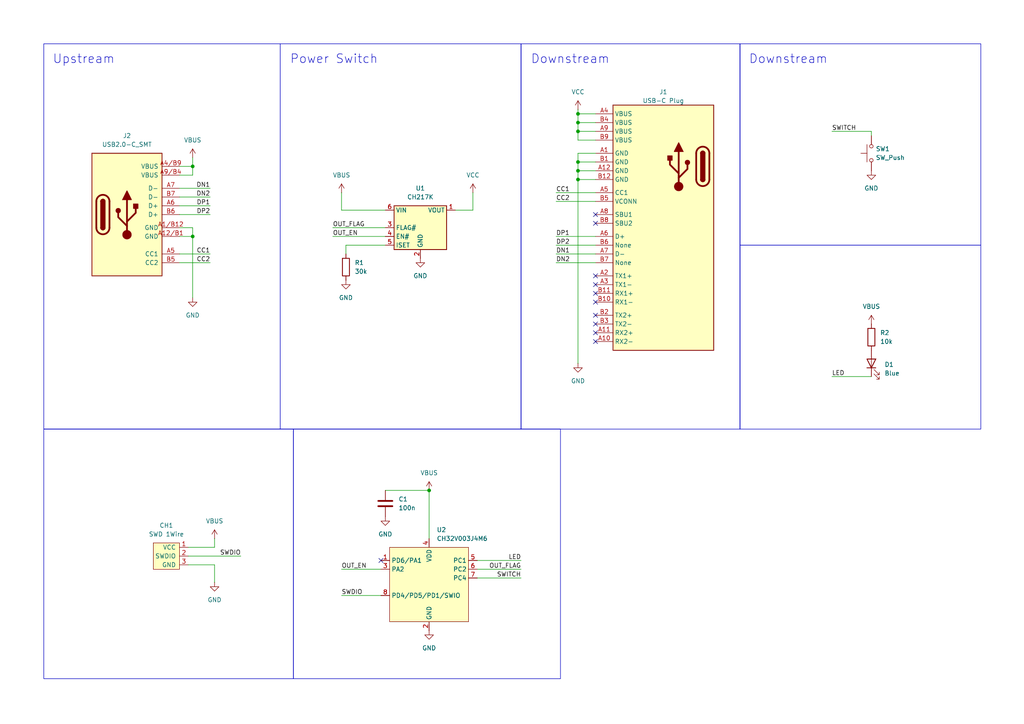
<source format=kicad_sch>
(kicad_sch (version 20231120) (generator "eeschema") (generator_version "8.0")
  (paper "A4")
  (title_block (title "USB Switch Adapter") (rev "1.1.0") (company "Atsushi Morimoto (@74th)"))
  (lib_symbols
    (symbol "74th_Interface:SWD_WCH-1Wire_WITH-VCC" (pin_names (offset 1.016))
      (property "Reference" "CH" (at -3.81 5.08 0))
      (property "Value" "SWD" (at 3.81 5.08 0))
      (symbol "SWD_WCH-1Wire_WITH-VCC_0_1"
        (rectangle (start -3.81 3.81) (end 3.81 -3.81) (fill (type background)))
      )
      (symbol "SWD_WCH-1Wire_WITH-VCC_1_1"
        (pin power_out line (at 6.35 2.54 180) (length 2.54) (name "VCC") (number "1"))
        (pin bidirectional line (at 6.35 0 180) (length 2.54) (name "SWDIO") (number "2"))
        (pin power_out line (at 6.35 -2.54 180) (length 2.54) (name "GND") (number "3"))
      )
    )
    (symbol "74th_Interface:USB_TypeC-2.0_Receptacle" (pin_names (offset 1.016))
      (property "Reference" "J" (at -10.16 19.05 0))
      (property "Value" "USB2.0-C_SMT" (at 15.24 19.05 0))
      (symbol "USB_TypeC-2.0_Receptacle_0_1"
        (rectangle (start -10.16 17.78) (end 10.16 -17.78) (stroke (width 0.254)) (fill (type background)))
        (arc (start -8.89 -3.81) (mid -6.985 -5.7067) (end -5.08 -3.81) (stroke (width 0.508)))
        (arc (start -7.62 -3.81) (mid -6.985 -4.4423) (end -6.35 -3.81) (stroke (width 0.254)))
        (arc (start -7.62 -3.81) (mid -6.985 -4.4423) (end -6.35 -3.81) (stroke (width 0.254)) (fill (type outline)))
        (rectangle (start -7.62 -3.81) (end -6.35 3.81) (stroke (width 0.254)) (fill (type outline)))
        (arc (start -6.35 3.81) (mid -6.985 4.4423) (end -7.62 3.81) (stroke (width 0.254)))
        (arc (start -6.35 3.81) (mid -6.985 4.4423) (end -7.62 3.81) (stroke (width 0.254)) (fill (type outline)))
        (arc (start -5.08 3.81) (mid -6.985 5.7067) (end -8.89 3.81) (stroke (width 0.508)))
        (circle (center -2.54 1.143) (radius 0.635) (stroke (width 0.254)) (fill (type outline)))
        (circle (center 0 -5.842) (radius 1.27) (fill (type outline)))
        (polyline (pts (xy -8.89 -3.81) (xy -8.89 3.81)) (stroke (width 0.508)))
        (polyline (pts (xy -5.08 3.81) (xy -5.08 -3.81)) (stroke (width 0.508)))
        (polyline (pts (xy 0 -5.842) (xy 0 4.318)) (stroke (width 0.508)))
        (polyline (pts (xy 0 -3.302) (xy -2.54 -0.762) (xy -2.54 0.508)) (stroke (width 0.508)))
        (polyline (pts (xy 0 -2.032) (xy 2.54 0.508) (xy 2.54 1.778)) (stroke (width 0.508)))
        (polyline (pts (xy -1.27 4.318) (xy 0 6.858) (xy 1.27 4.318) (xy -1.27 4.318)) (stroke (width 0.254)) (fill (type outline)))
        (rectangle (start 1.905 1.778) (end 3.175 3.048) (stroke (width 0.254)) (fill (type outline)))
      )
      (symbol "USB_TypeC-2.0_Receptacle_1_1"
        (pin power_out line (at 15.24 -3.81 180) (length 5.08) (name "GND") (number "A1/B12"))
        (pin power_out line (at 15.24 -6.35 180) (length 5.08) (name "GND") (number "A12/B1"))
        (pin power_out line (at 15.24 13.97 180) (length 5.08) (name "VBUS") (number "A4/B9"))
        (pin input line (at 15.24 -11.43 180) (length 5.08) (name "CC1") (number "A5"))
        (pin bidirectional line (at 15.24 2.54 180) (length 5.08) (name "D+") (number "A6"))
        (pin bidirectional line (at 15.24 7.62 180) (length 5.08) (name "D-") (number "A7"))
        (pin power_out line (at 15.24 11.43 180) (length 5.08) (name "VBUS") (number "A9/B4"))
        (pin input line (at 15.24 -13.97 180) (length 5.08) (name "CC2") (number "B5"))
        (pin bidirectional line (at 15.24 0 180) (length 5.08) (name "D+") (number "B6"))
        (pin bidirectional line (at 15.24 5.08 180) (length 5.08) (name "D-") (number "B7"))
      )
    )
    (symbol "74th_Interface:USB_TypeC-3.0_Plug_24Pin"
      (property "Reference" "J" (at 0 29.21 0))
      (symbol "USB_TypeC-3.0_Plug_24Pin_0_1"
        (rectangle (start -16.51 27.94) (end 12.7 -43.18) (stroke (width 0.254)) (fill (type background)))
        (arc (start -15.24 6.35) (mid -13.335 4.4533) (end -11.43 6.35) (stroke (width 0.508)))
        (arc (start -13.97 6.35) (mid -13.335 5.7177) (end -12.7 6.35) (stroke (width 0.254)))
        (arc (start -13.97 6.35) (mid -13.335 5.7177) (end -12.7 6.35) (stroke (width 0.254)) (fill (type outline)))
        (rectangle (start -13.97 6.35) (end -12.7 13.97) (stroke (width 0.254)) (fill (type outline)))
        (arc (start -12.7 13.97) (mid -13.335 14.6023) (end -13.97 13.97) (stroke (width 0.254)))
        (arc (start -12.7 13.97) (mid -13.335 14.6023) (end -13.97 13.97) (stroke (width 0.254)) (fill (type outline)))
        (arc (start -11.43 13.97) (mid -13.335 15.8667) (end -15.24 13.97) (stroke (width 0.508)))
        (circle (center -8.89 11.303) (radius 0.635) (stroke (width 0.254)) (fill (type outline)))
        (circle (center -6.35 4.318) (radius 1.27) (fill (type outline)))
        (rectangle (start -4.445 11.938) (end -3.175 13.208) (stroke (width 0.254)) (fill (type outline)))
        (polyline (pts (xy -15.24 6.35) (xy -15.24 13.97)) (stroke (width 0.508)))
        (polyline (pts (xy -11.43 13.97) (xy -11.43 6.35)) (stroke (width 0.508)))
        (polyline (pts (xy -6.35 4.318) (xy -6.35 14.478)) (stroke (width 0.508)))
        (polyline (pts (xy -6.35 6.858) (xy -8.89 9.398) (xy -8.89 10.668)) (stroke (width 0.508)))
        (polyline (pts (xy -6.35 8.128) (xy -3.81 10.668) (xy -3.81 11.938)) (stroke (width 0.508)))
        (polyline (pts (xy -7.62 14.478) (xy -6.35 17.018) (xy -5.08 14.478) (xy -7.62 14.478)) (stroke (width 0.254)) (fill (type outline)))
      )
      (symbol "USB_TypeC-3.0_Plug_24Pin_1_1"
        (pin power_in line (at 17.78 13.97 180) (length 5.08) (name "GND") (number "A1"))
        (pin bidirectional line (at 17.78 -40.64 180) (length 5.08) (name "RX2-") (number "A10"))
        (pin bidirectional line (at 17.78 -38.1 180) (length 5.08) (name "RX2+") (number "A11"))
        (pin power_in line (at 17.78 8.89 180) (length 5.08) (name "GND") (number "A12"))
        (pin bidirectional line (at 17.78 -21.59 180) (length 5.08) (name "TX1+") (number "A2"))
        (pin bidirectional line (at 17.78 -24.13 180) (length 5.08) (name "TX1-") (number "A3"))
        (pin power_in line (at 17.78 25.4 180) (length 5.08) (name "VBUS") (number "A4"))
        (pin bidirectional line (at 17.78 2.54 180) (length 5.08) (name "CC1") (number "A5"))
        (pin bidirectional line (at 17.78 -10.16 180) (length 5.08) (name "D+") (number "A6"))
        (pin bidirectional line (at 17.78 -15.24 180) (length 5.08) (name "D-") (number "A7"))
        (pin bidirectional line (at 17.78 -3.81 180) (length 5.08) (name "SBU1") (number "A8"))
        (pin power_in line (at 17.78 20.32 180) (length 5.08) (name "VBUS") (number "A9"))
        (pin power_in line (at 17.78 11.43 180) (length 5.08) (name "GND") (number "B1"))
        (pin bidirectional line (at 17.78 -29.21 180) (length 5.08) (name "RX1-") (number "B10"))
        (pin bidirectional line (at 17.78 -26.67 180) (length 5.08) (name "RX1+") (number "B11"))
        (pin power_in line (at 17.78 6.35 180) (length 5.08) (name "GND") (number "B12"))
        (pin bidirectional line (at 17.78 -33.02 180) (length 5.08) (name "TX2+") (number "B2"))
        (pin bidirectional line (at 17.78 -35.56 180) (length 5.08) (name "TX2-") (number "B3"))
        (pin power_in line (at 17.78 22.86 180) (length 5.08) (name "VBUS") (number "B4"))
        (pin bidirectional line (at 17.78 0 180) (length 5.08) (name "VCONN") (number "B5"))
        (pin bidirectional line (at 17.78 -12.7 180) (length 5.08) (name "None") (number "B6"))
        (pin bidirectional line (at 17.78 -17.78 180) (length 5.08) (name "None") (number "B7"))
        (pin bidirectional line (at 17.78 -6.35 180) (length 5.08) (name "SBU2") (number "B8"))
        (pin power_in line (at 17.78 17.78 180) (length 5.08) (name "VBUS") (number "B9"))
      )
    )
    (symbol "74th_MCU:CH32V003J4M6"
      (property "Reference" "U" (at -11.43 25.4 0))
      (property "Value" "CH32V003J4M6" (at 8.89 25.4 0))
      (symbol "CH32V003J4M6_0_1"
        (rectangle (start -11.43 24.13) (end 11.43 2.54) (stroke (width 0.1524)) (fill (type background)))
      )
      (symbol "CH32V003J4M6_1_1"
        (pin bidirectional line (at -13.97 20.32 0) (length 2.54) (name "PD6/PA1") (number "1"))
        (pin power_in line (at 0 0 90) (length 2.54) (name "GND") (number "2"))
        (pin bidirectional line (at -13.97 17.78 0) (length 2.54) (name "PA2") (number "3"))
        (pin power_in line (at 0 26.67 270) (length 2.54) (name "VDD") (number "4"))
        (pin bidirectional line (at 13.97 20.32 180) (length 2.54) (name "PC1") (number "5"))
        (pin bidirectional line (at 13.97 17.78 180) (length 2.54) (name "PC2") (number "6"))
        (pin bidirectional line (at 13.97 15.24 180) (length 2.54) (name "PC4") (number "7"))
        (pin bidirectional line (at -13.97 10.16 0) (length 2.54) (name "PD4/PD5/PD1/SWIO") (number "8"))
      )
    )
    (symbol "74th_Passive:CH217K_USB-Power-Limit-Switch"
      (property "Reference" "U" (at -6.35 5.08 0))
      (property "Value" "CH217K" (at 3.81 5.08 0))
      (symbol "CH217K_USB-Power-Limit-Switch_1_1"
        (rectangle (start -7.62 3.81) (end 7.62 -8.89) (stroke (width 0.254)) (fill (type background)))
        (pin power_out line (at 10.16 2.54 180) (length 2.54) (name "VOUT") (number "1"))
        (pin power_in line (at 0 -11.43 90) (length 2.54) (name "GND") (number "2"))
        (pin input line (at -10.16 -2.54 0) (length 2.54) (name "FLAG#") (number "3"))
        (pin input line (at -10.16 -5.08 0) (length 2.54) (name "EN#") (number "4"))
        (pin input line (at -10.16 -7.62 0) (length 2.54) (name "ISET") (number "5"))
        (pin power_in line (at -10.16 2.54 0) (length 2.54) (name "VIN") (number "6"))
      )
    )
    (symbol "Device:C" (pin_numbers hide) (pin_names (offset 0.254))
      (property "Reference" "C" (at 0.635 2.54 0))
      (property "Value" "C" (at 0.635 -2.54 0))
      (symbol "C_0_1"
        (polyline (pts (xy -2.032 -0.762) (xy 2.032 -0.762)) (stroke (width 0.508)))
        (polyline (pts (xy -2.032 0.762) (xy 2.032 0.762)) (stroke (width 0.508)))
      )
      (symbol "C_1_1"
        (pin passive line (at 0 3.81 270) (length 2.794) (name "~") (number "1"))
        (pin passive line (at 0 -3.81 90) (length 2.794) (name "~") (number "2"))
      )
    )
    (symbol "Device:LED" (pin_numbers hide) (pin_names (offset 1.016) hide)
      (property "Reference" "D" (at 0 2.54 0))
      (property "Value" "LED" (at 0 -2.54 0))
      (symbol "LED_0_1"
        (polyline (pts (xy -1.27 -1.27) (xy -1.27 1.27)) (stroke (width 0.254)))
        (polyline (pts (xy -1.27 0) (xy 1.27 0)))
        (polyline (pts (xy 1.27 -1.27) (xy 1.27 1.27) (xy -1.27 0) (xy 1.27 -1.27)) (stroke (width 0.254)))
        (polyline (pts (xy -3.048 -0.762) (xy -4.572 -2.286) (xy -3.81 -2.286) (xy -4.572 -2.286) (xy -4.572 -1.524)))
        (polyline (pts (xy -1.778 -0.762) (xy -3.302 -2.286) (xy -2.54 -2.286) (xy -3.302 -2.286) (xy -3.302 -1.524)))
      )
      (symbol "LED_1_1"
        (pin passive line (at -3.81 0 0) (length 2.54) (name "K") (number "1"))
        (pin passive line (at 3.81 0 180) (length 2.54) (name "A") (number "2"))
      )
    )
    (symbol "Device:R" (pin_numbers hide) (pin_names (offset 0))
      (property "Reference" "R" (at 2.032 0 90))
      (property "Value" "R" (at 0 0 90))
      (symbol "R_0_1"
        (rectangle (start -1.016 -2.54) (end 1.016 2.54) (stroke (width 0.254)))
      )
      (symbol "R_1_1"
        (pin passive line (at 0 3.81 270) (length 1.27) (name "~") (number "1"))
        (pin passive line (at 0 -3.81 90) (length 1.27) (name "~") (number "2"))
      )
    )
    (symbol "Switch:SW_Push" (pin_numbers hide) (pin_names (offset 1.016) hide)
      (property "Reference" "SW" (at 1.27 2.54 0))
      (property "Value" "SW_Push" (at 0 -1.524 0))
      (symbol "SW_Push_0_1"
        (circle (center -2.032 0) (radius 0.508))
        (polyline (pts (xy 0 1.27) (xy 0 3.048)))
        (polyline (pts (xy 2.54 1.27) (xy -2.54 1.27)))
        (circle (center 2.032 0) (radius 0.508))
        (pin passive line (at -5.08 0 0) (length 2.54) (name "1") (number "1"))
        (pin passive line (at 5.08 0 180) (length 2.54) (name "2") (number "2"))
      )
    )
    (symbol "power:GND" (power) (pin_numbers hide) (pin_names (offset 0) hide)
      (property "Value" "GND" (at 0 -3.81 0))
      (symbol "GND_0_1"
        (polyline (pts (xy 0 0) (xy 0 -1.27) (xy 1.27 -1.27) (xy 0 -2.54) (xy -1.27 -1.27) (xy 0 -1.27)))
      )
      (symbol "GND_1_1"
        (pin power_in line (at 0 0 270) (length 0) (name "~") (number "1"))
      )
    )
    (symbol "power:VBUS" (power) (pin_numbers hide) (pin_names (offset 0) hide)
      (property "Value" "VBUS" (at 0 3.556 0))
      (symbol "VBUS_0_1"
        (polyline (pts (xy -0.762 1.27) (xy 0 2.54)))
        (polyline (pts (xy 0 0) (xy 0 2.54)))
        (polyline (pts (xy 0 2.54) (xy 0.762 1.27)))
      )
      (symbol "VBUS_1_1"
        (pin power_in line (at 0 0 90) (length 0) (name "~") (number "1"))
      )
    )
    (symbol "power:VCC" (power) (pin_numbers hide) (pin_names (offset 0) hide)
      (property "Value" "VCC" (at 0 3.556 0))
      (symbol "VCC_0_1"
        (polyline (pts (xy -0.762 1.27) (xy 0 2.54)))
        (polyline (pts (xy 0 0) (xy 0 2.54)))
        (polyline (pts (xy 0 2.54) (xy 0.762 1.27)))
      )
      (symbol "VCC_1_1"
        (pin power_in line (at 0 0 90) (length 0) (name "~") (number "1"))
      )
    )
  )
  (junction (at 167.64 38.1))
  (junction (at 124.46 142.24))
  (junction (at 167.64 49.53))
  (junction (at 55.88 48.26))
  (junction (at 167.64 33.02))
  (junction (at 55.88 68.58))
  (junction (at 167.64 46.99))
  (junction (at 167.64 35.56))
  (junction (at 167.64 52.07))
  (no_connect (at 172.72 64.77))
  (no_connect (at 172.72 99.06))
  (no_connect (at 172.72 62.23))
  (no_connect (at 110.49 162.56))
  (no_connect (at 172.72 87.63))
  (no_connect (at 172.72 85.09))
  (no_connect (at 172.72 91.44))
  (no_connect (at 172.72 82.55))
  (no_connect (at 172.72 96.52))
  (no_connect (at 172.72 93.98))
  (no_connect (at 172.72 80.01))
  (wire (pts (xy 54.61 163.83) (xy 62.23 163.83)))
  (wire (pts (xy 111.76 60.96) (xy 99.06 60.96)))
  (wire (pts (xy 55.88 45.72) (xy 55.88 48.26)))
  (wire (pts (xy 172.72 76.2) (xy 161.29 76.2)))
  (wire (pts (xy 111.76 142.24) (xy 124.46 142.24)))
  (wire (pts (xy 60.96 73.66) (xy 52.07 73.66)))
  (wire (pts (xy 55.88 66.04) (xy 52.07 66.04)))
  (wire (pts (xy 52.07 50.8) (xy 55.88 50.8)))
  (wire (pts (xy 167.64 52.07) (xy 167.64 105.41)))
  (wire (pts (xy 137.16 60.96) (xy 137.16 55.88)))
  (wire (pts (xy 172.72 38.1) (xy 167.64 38.1)))
  (wire (pts (xy 55.88 68.58) (xy 52.07 68.58)))
  (wire (pts (xy 55.88 86.36) (xy 55.88 68.58)))
  (wire (pts (xy 52.07 48.26) (xy 55.88 48.26)))
  (wire (pts (xy 138.43 167.64) (xy 151.13 167.64)))
  (wire (pts (xy 172.72 68.58) (xy 161.29 68.58)))
  (wire (pts (xy 167.64 46.99) (xy 167.64 49.53)))
  (wire (pts (xy 172.72 44.45) (xy 167.64 44.45)))
  (wire (pts (xy 167.64 44.45) (xy 167.64 46.99)))
  (wire (pts (xy 62.23 156.21) (xy 62.23 158.75)))
  (wire (pts (xy 172.72 49.53) (xy 167.64 49.53)))
  (wire (pts (xy 100.33 73.66) (xy 100.33 71.12)))
  (wire (pts (xy 167.64 38.1) (xy 167.64 40.64)))
  (wire (pts (xy 100.33 71.12) (xy 111.76 71.12)))
  (wire (pts (xy 167.64 33.02) (xy 167.64 35.56)))
  (wire (pts (xy 124.46 142.24) (xy 124.46 156.21)))
  (wire (pts (xy 62.23 158.75) (xy 54.61 158.75)))
  (wire (pts (xy 167.64 49.53) (xy 167.64 52.07)))
  (wire (pts (xy 99.06 60.96) (xy 99.06 55.88)))
  (wire (pts (xy 99.06 172.72) (xy 110.49 172.72)))
  (wire (pts (xy 132.08 60.96) (xy 137.16 60.96)))
  (wire (pts (xy 60.96 54.61) (xy 52.07 54.61)))
  (wire (pts (xy 62.23 163.83) (xy 62.23 168.91)))
  (wire (pts (xy 172.72 52.07) (xy 167.64 52.07)))
  (wire (pts (xy 172.72 55.88) (xy 161.29 55.88)))
  (wire (pts (xy 172.72 46.99) (xy 167.64 46.99)))
  (wire (pts (xy 172.72 33.02) (xy 167.64 33.02)))
  (wire (pts (xy 172.72 71.12) (xy 161.29 71.12)))
  (wire (pts (xy 55.88 68.58) (xy 55.88 66.04)))
  (wire (pts (xy 54.61 161.29) (xy 69.85 161.29)))
  (wire (pts (xy 167.64 31.75) (xy 167.64 33.02)))
  (wire (pts (xy 172.72 35.56) (xy 167.64 35.56)))
  (wire (pts (xy 60.96 59.69) (xy 52.07 59.69)))
  (wire (pts (xy 167.64 35.56) (xy 167.64 38.1)))
  (wire (pts (xy 60.96 62.23) (xy 52.07 62.23)))
  (wire (pts (xy 99.06 165.1) (xy 110.49 165.1)))
  (wire (pts (xy 60.96 57.15) (xy 52.07 57.15)))
  (wire (pts (xy 138.43 165.1) (xy 151.13 165.1)))
  (wire (pts (xy 241.3 109.22) (xy 252.73 109.22)))
  (wire (pts (xy 55.88 48.26) (xy 55.88 50.8)))
  (wire (pts (xy 172.72 73.66) (xy 161.29 73.66)))
  (wire (pts (xy 172.72 58.42) (xy 161.29 58.42)))
  (wire (pts (xy 167.64 40.64) (xy 172.72 40.64)))
  (wire (pts (xy 138.43 162.56) (xy 151.13 162.56)))
  (wire (pts (xy 252.73 38.1) (xy 241.3 38.1)))
  (wire (pts (xy 96.52 66.04) (xy 111.76 66.04)))
  (wire (pts (xy 60.96 76.2) (xy 52.07 76.2)))
  (wire (pts (xy 96.52 68.58) (xy 111.76 68.58)))
  (wire (pts (xy 252.73 39.37) (xy 252.73 38.1)))
  (rectangle (start 12.7 124.46) (end 85.09 196.85))
  (rectangle (start 151.13 12.7) (end 214.63 124.46))
  (rectangle (start 85.09 124.46) (end 162.56 196.85))
  (rectangle (start 214.63 12.7) (end 284.48 71.12))
  (rectangle (start 214.63 71.12) (end 284.48 124.46))
  (rectangle (start 12.7 12.7) (end 81.28 124.46))
  (rectangle (start 81.28 12.7) (end 151.13 124.46))
  (text "Power Switch" (at 84.074 15.748 0) (effects (font (size 2.54 2.54)) (justify left top)))
  (text "Downstream" (at 217.17 15.748 0) (effects (font (size 2.54 2.54)) (justify left top)))
  (text "Downstream" (at 153.924 15.748 0) (effects (font (size 2.54 2.54)) (justify left top)))
  (text "Upstream" (at 15.24 15.748 0) (effects (font (size 2.54 2.54)) (justify left top)))
  (label "SWITCH" (at 151.13 167.64 180))
  (label "DN2" (at 60.96 57.15 180))
  (label "DN1" (at 161.29 73.66 0))
  (label "DN1" (at 60.96 54.61 180))
  (label "DN2" (at 161.29 76.2 0))
  (label "OUT_EN" (at 99.06 165.1 0))
  (label "OUT_FLAG" (at 151.13 165.1 180))
  (label "SWITCH" (at 241.3 38.1 0))
  (label "LED" (at 151.13 162.56 180))
  (label "DP1" (at 161.29 68.58 0))
  (label "DP2" (at 60.96 62.23 180))
  (label "CC2" (at 161.29 58.42 0))
  (label "DP2" (at 161.29 71.12 0))
  (label "DP1" (at 60.96 59.69 180))
  (label "CC2" (at 60.96 76.2 180))
  (label "OUT_FLAG" (at 96.52 66.04 0))
  (label "SWDIO" (at 99.06 172.72 0))
  (label "SWDIO" (at 69.85 161.29 180))
  (label "LED" (at 241.3 109.22 0))
  (label "CC1" (at 60.96 73.66 180))
  (label "CC1" (at 161.29 55.88 0))
  (label "OUT_EN" (at 96.52 68.58 0))
  (symbol (lib_id "Device:C") (at 111.76 146.05 0) (unit 1)
    (property "Reference" "C1" (at 115.57 144.7799 0) (effects (justify left)))
    (property "Value" "100n" (at 115.57 147.3199 0) (effects (justify left)))
    (property "Footprint" "74th:Capacitor_0603_1608" (effects (hide yes)))
    (property "Description" "Unpolarized capacitor" (effects (hide yes)))
  )
  (symbol (lib_id "power:GND") (at 100.33 81.28 0) (unit 1)
    (property "Reference" "#PWR05" (effects (hide yes)))
    (property "Value" "GND" (at 100.33 86.36 0))
    (property "Description" "Power symbol creates a global label with name \"GND\" , ground" (effects (hide yes)))
  )
  (symbol (lib_id "power:VCC") (at 167.64 31.75 0) (mirror y) (unit 1)
    (property "Reference" "#PWR012" (effects (hide yes)))
    (property "Value" "VCC" (at 167.64 26.67 0))
    (property "Description" "Power symbol creates a global label with name \"VCC\"" (effects (hide yes)))
  )
  (symbol (lib_id "Device:R") (at 252.73 97.79 0) (unit 1)
    (property "Reference" "R2" (at 255.27 96.5199 0) (effects (justify left)))
    (property "Value" "10k" (at 255.27 99.0599 0) (effects (justify left)))
    (property "Footprint" "74th:Register_0603_1608" (effects (hide yes)))
    (property "Description" "Resistor" (effects (hide yes)))
  )
  (symbol (lib_id "74th_Interface:SWD_WCH-1Wire_WITH-VCC") (at 48.26 161.29 0) (unit 1)
    (property "Reference" "CH1" (at 48.26 152.4 0))
    (property "Value" "SWD 1Wire" (at 48.26 154.94 0))
    (property "Footprint" "74th:PinOut_Pin_3_3GND" (effects (hide yes)))
  )
  (symbol (lib_id "power:GND") (at 124.46 182.88 0) (unit 1)
    (property "Reference" "#PWR02" (effects (hide yes)))
    (property "Value" "GND" (at 124.46 187.96 0))
    (property "Description" "Power symbol creates a global label with name \"GND\" , ground" (effects (hide yes)))
  )
  (symbol (lib_id "74th_Passive:CH217K_USB-Power-Limit-Switch") (at 121.92 63.5 0) (unit 1)
    (property "Reference" "U1" (at 121.92 54.61 0))
    (property "Value" "CH217K" (at 121.92 57.15 0))
    (property "Footprint" "74th:Package_SOT-23-6" (effects (hide yes)))
  )
  (symbol (lib_id "power:VBUS") (at 252.73 93.98 0) (unit 1)
    (property "Reference" "#PWR015" (effects (hide yes)))
    (property "Value" "VBUS" (at 252.73 88.9 0))
    (property "Description" "Power symbol creates a global label with name \"VBUS\"" (effects (hide yes)))
  )
  (symbol (lib_id "power:VBUS") (at 99.06 55.88 0) (unit 1)
    (property "Reference" "#PWR06" (effects (hide yes)))
    (property "Value" "VBUS" (at 99.06 50.8 0))
    (property "Description" "Power symbol creates a global label with name \"VBUS\"" (effects (hide yes)))
  )
  (symbol (lib_id "power:GND") (at 252.73 49.53 0) (unit 1)
    (property "Reference" "#PWR014" (effects (hide yes)))
    (property "Value" "GND" (at 252.73 54.61 0))
    (property "Description" "Power symbol creates a global label with name \"GND\" , ground" (effects (hide yes)))
  )
  (symbol (lib_id "power:VBUS") (at 55.88 45.72 0) (mirror y) (unit 1)
    (property "Reference" "#PWR09" (effects (hide yes)))
    (property "Value" "VBUS" (at 55.88 40.64 0))
    (property "Description" "Power symbol creates a global label with name \"VBUS\"" (effects (hide yes)))
  )
  (symbol (lib_id "power:VCC") (at 137.16 55.88 0) (unit 1)
    (property "Reference" "#PWR07" (effects (hide yes)))
    (property "Value" "VCC" (at 137.16 50.8 0))
    (property "Description" "Power symbol creates a global label with name \"VCC\"" (effects (hide yes)))
  )
  (symbol (lib_id "Device:LED") (at 252.73 105.41 90) (unit 1)
    (property "Reference" "D1" (at 256.54 105.7274 90) (effects (justify right)))
    (property "Value" "Blue" (at 256.54 108.2674 90) (effects (justify right)))
    (property "Footprint" "74th:LED_BACK_0805_2012" (effects (hide yes)))
    (property "Description" "Light emitting diode" (effects (hide yes)))
  )
  (symbol (lib_id "74th_Interface:USB_TypeC-3.0_Plug_24Pin") (at 190.5 58.42 0) (mirror y) (unit 1)
    (property "Reference" "J1" (at 192.405 26.67 0))
    (property "Value" "USB-C Plug" (at 192.405 29.21 0))
    (property "Footprint" "74th:Connector_USB-C-Plug_24-Pin" (effects (hide yes)))
  )
  (symbol (lib_id "74th_MCU:CH32V003J4M6") (at 124.46 182.88 0) (unit 1)
    (property "Reference" "U2" (at 126.6541 153.67 0) (effects (justify left)))
    (property "Value" "CH32V003J4M6" (at 126.6541 156.21 0) (effects (justify left)))
    (property "Footprint" "74th:Package_SOIC-8_3.9x4.9mm_P1.27mm" (effects (hide yes)))
  )
  (symbol (lib_id "power:GND") (at 167.64 105.41 0) (mirror y) (unit 1)
    (property "Reference" "#PWR010" (effects (hide yes)))
    (property "Value" "GND" (at 167.64 110.49 0))
    (property "Description" "Power symbol creates a global label with name \"GND\" , ground" (effects (hide yes)))
  )
  (symbol (lib_id "Device:R") (at 100.33 77.47 0) (unit 1)
    (property "Reference" "R1" (at 102.87 76.1999 0) (effects (justify left)))
    (property "Value" "30k" (at 102.87 78.7399 0) (effects (justify left)))
    (property "Footprint" "74th:Register_0603_1608" (effects (hide yes)))
    (property "Description" "Resistor" (effects (hide yes)))
  )
  (symbol (lib_id "power:GND") (at 111.76 149.86 0) (unit 1)
    (property "Reference" "#PWR03" (effects (hide yes)))
    (property "Value" "GND" (at 111.76 154.94 0))
    (property "Description" "Power symbol creates a global label with name \"GND\" , ground" (effects (hide yes)))
  )
  (symbol (lib_id "power:VBUS") (at 62.23 156.21 0) (unit 1)
    (property "Reference" "#PWR04" (effects (hide yes)))
    (property "Value" "VBUS" (at 62.23 151.13 0))
    (property "Description" "Power symbol creates a global label with name \"VBUS\"" (effects (hide yes)))
  )
  (symbol (lib_id "74th_Interface:USB_TypeC-2.0_Receptacle") (at 36.83 62.23 0) (unit 1)
    (property "Reference" "J2" (at 36.83 39.37 0))
    (property "Value" "USB2.0-C_SMT" (at 36.83 41.91 0))
    (property "Footprint" "74th:Connector_USB-C-Receptacle_SMT_12-Pin_MidMount" (effects (hide yes)))
    (property "Datasheet" "https://www.usb.org/sites/default/files/documents/usb_type-c.zip" (effects (hide yes)))
    (property "Description" "USB 2.0-only Type-C Plug connector" (effects (hide yes)))
  )
  (symbol (lib_id "power:GND") (at 121.92 74.93 0) (unit 1)
    (property "Reference" "#PWR013" (effects (hide yes)))
    (property "Value" "GND" (at 121.92 80.01 0))
    (property "Description" "Power symbol creates a global label with name \"GND\" , ground" (effects (hide yes)))
  )
  (symbol (lib_id "power:GND") (at 55.88 86.36 0) (mirror y) (unit 1)
    (property "Reference" "#PWR011" (effects (hide yes)))
    (property "Value" "GND" (at 55.88 91.44 0))
    (property "Description" "Power symbol creates a global label with name \"GND\" , ground" (effects (hide yes)))
  )
  (symbol (lib_id "Switch:SW_Push") (at 252.73 44.45 90) (unit 1)
    (property "Reference" "SW1" (at 254 43.1799 90) (effects (justify right)))
    (property "Value" "SW_Push" (at 254 45.7199 90) (effects (justify right)))
    (property "Footprint" "74th:Switch_MXChoc_1.0u" (effects (hide yes)))
    (property "Description" "Push button switch, generic, two pins" (effects (hide yes)))
  )
  (symbol (lib_id "power:GND") (at 62.23 168.91 0) (unit 1)
    (property "Reference" "#PWR08" (effects (hide yes)))
    (property "Value" "GND" (at 62.23 173.99 0))
    (property "Description" "Power symbol creates a global label with name \"GND\" , ground" (effects (hide yes)))
  )
  (symbol (lib_id "power:VBUS") (at 124.46 142.24 0) (unit 1)
    (property "Reference" "#PWR01" (effects (hide yes)))
    (property "Value" "VBUS" (at 124.46 137.16 0))
    (property "Description" "Power symbol creates a global label with name \"VBUS\"" (effects (hide yes)))
  )
)
</source>
